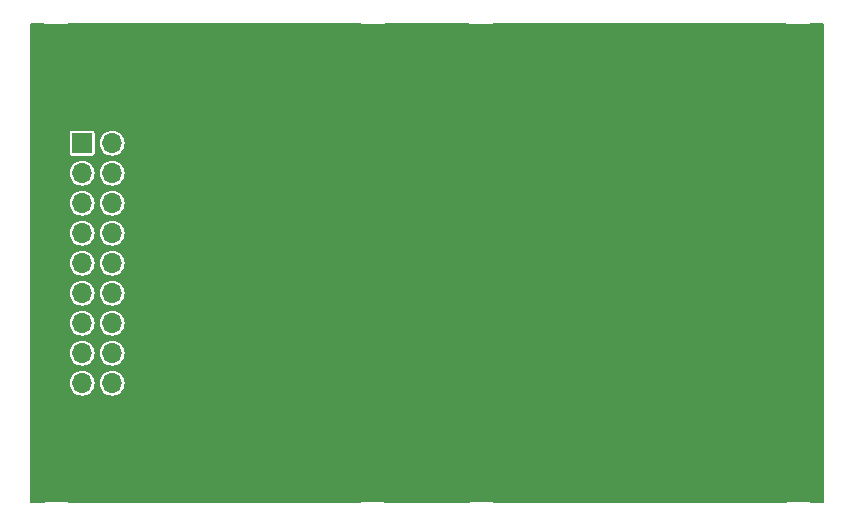
<source format=gtl>
G04 #@! TF.GenerationSoftware,KiCad,Pcbnew,8.0.8*
G04 #@! TF.CreationDate,2025-02-19T13:23:11-05:00*
G04 #@! TF.ProjectId,plot_gerbers,706c6f74-5f67-4657-9262-6572732e6b69,rev?*
G04 #@! TF.SameCoordinates,Original*
G04 #@! TF.FileFunction,Copper,L1,Top*
G04 #@! TF.FilePolarity,Positive*
%FSLAX46Y46*%
G04 Gerber Fmt 4.6, Leading zero omitted, Abs format (unit mm)*
G04 Created by KiCad (PCBNEW 8.0.8) date 2025-02-19 13:23:11*
%MOMM*%
%LPD*%
G01*
G04 APERTURE LIST*
G04 #@! TA.AperFunction,ComponentPad*
%ADD10R,1.700000X1.700000*%
G04 #@! TD*
G04 #@! TA.AperFunction,ComponentPad*
%ADD11O,1.700000X1.700000*%
G04 #@! TD*
G04 APERTURE END LIST*
D10*
X119190000Y-93890000D03*
D11*
X121730000Y-93890000D03*
X119190000Y-96430000D03*
X121730000Y-96430000D03*
X119190000Y-98970000D03*
X121730000Y-98970000D03*
X119190000Y-101510000D03*
X121730000Y-101510000D03*
X119190000Y-104050000D03*
X121730000Y-104050000D03*
X119190000Y-106590000D03*
X121730000Y-106590000D03*
X119190000Y-109130000D03*
X121730000Y-109130000D03*
X119190000Y-111670000D03*
X121730000Y-111670000D03*
X119190000Y-114210000D03*
X121730000Y-114210000D03*
G04 #@! TA.AperFunction,NonConductor*
G36*
X115968039Y-83710185D02*
G01*
X116013794Y-83762989D01*
X116025000Y-83814500D01*
X116025000Y-83830000D01*
X117985000Y-83830000D01*
X117985000Y-83814500D01*
X118004685Y-83747461D01*
X118057489Y-83701706D01*
X118109000Y-83690500D01*
X142701000Y-83690500D01*
X142768039Y-83710185D01*
X142813794Y-83762989D01*
X142825000Y-83814500D01*
X142825000Y-83830000D01*
X144785000Y-83830000D01*
X144785000Y-83814500D01*
X144804685Y-83747461D01*
X144857489Y-83701706D01*
X144909000Y-83690500D01*
X151911000Y-83690500D01*
X151978039Y-83710185D01*
X152023794Y-83762989D01*
X152035000Y-83814500D01*
X152035000Y-83830000D01*
X153995000Y-83830000D01*
X153995000Y-83814500D01*
X154014685Y-83747461D01*
X154067489Y-83701706D01*
X154119000Y-83690500D01*
X178711000Y-83690500D01*
X178778039Y-83710185D01*
X178823794Y-83762989D01*
X178835000Y-83814500D01*
X178835000Y-83830000D01*
X180795000Y-83830000D01*
X180795000Y-83814500D01*
X180814685Y-83747461D01*
X180867489Y-83701706D01*
X180919000Y-83690500D01*
X181885500Y-83690500D01*
X181952539Y-83710185D01*
X181998294Y-83762989D01*
X182009500Y-83814500D01*
X182009500Y-124265500D01*
X181989815Y-124332539D01*
X181937011Y-124378294D01*
X181885500Y-124389500D01*
X180919000Y-124389500D01*
X180851961Y-124369815D01*
X180806206Y-124317011D01*
X180795000Y-124265500D01*
X180795000Y-124250000D01*
X178835000Y-124250000D01*
X178835000Y-124265500D01*
X178815315Y-124332539D01*
X178762511Y-124378294D01*
X178711000Y-124389500D01*
X154119000Y-124389500D01*
X154051961Y-124369815D01*
X154006206Y-124317011D01*
X153995000Y-124265500D01*
X153995000Y-124250000D01*
X152035000Y-124250000D01*
X152035000Y-124265500D01*
X152015315Y-124332539D01*
X151962511Y-124378294D01*
X151911000Y-124389500D01*
X144909000Y-124389500D01*
X144841961Y-124369815D01*
X144796206Y-124317011D01*
X144785000Y-124265500D01*
X144785000Y-124250000D01*
X142825000Y-124250000D01*
X142825000Y-124265500D01*
X142805315Y-124332539D01*
X142752511Y-124378294D01*
X142701000Y-124389500D01*
X118109000Y-124389500D01*
X118041961Y-124369815D01*
X117996206Y-124317011D01*
X117985000Y-124265500D01*
X117985000Y-124250000D01*
X116025000Y-124250000D01*
X116025000Y-124265500D01*
X116005315Y-124332539D01*
X115952511Y-124378294D01*
X115901000Y-124389500D01*
X114934500Y-124389500D01*
X114867461Y-124369815D01*
X114821706Y-124317011D01*
X114810500Y-124265500D01*
X114810500Y-114210000D01*
X118134417Y-114210000D01*
X118154699Y-114415932D01*
X118154700Y-114415934D01*
X118214768Y-114613954D01*
X118312315Y-114796450D01*
X118312317Y-114796452D01*
X118443589Y-114956410D01*
X118540209Y-115035702D01*
X118603550Y-115087685D01*
X118786046Y-115185232D01*
X118984066Y-115245300D01*
X118984065Y-115245300D01*
X119002529Y-115247118D01*
X119190000Y-115265583D01*
X119395934Y-115245300D01*
X119593954Y-115185232D01*
X119776450Y-115087685D01*
X119936410Y-114956410D01*
X120067685Y-114796450D01*
X120165232Y-114613954D01*
X120225300Y-114415934D01*
X120245583Y-114210000D01*
X120674417Y-114210000D01*
X120694699Y-114415932D01*
X120694700Y-114415934D01*
X120754768Y-114613954D01*
X120852315Y-114796450D01*
X120852317Y-114796452D01*
X120983589Y-114956410D01*
X121080209Y-115035702D01*
X121143550Y-115087685D01*
X121326046Y-115185232D01*
X121524066Y-115245300D01*
X121524065Y-115245300D01*
X121542529Y-115247118D01*
X121730000Y-115265583D01*
X121935934Y-115245300D01*
X122133954Y-115185232D01*
X122316450Y-115087685D01*
X122476410Y-114956410D01*
X122607685Y-114796450D01*
X122705232Y-114613954D01*
X122765300Y-114415934D01*
X122785583Y-114210000D01*
X122765300Y-114004066D01*
X122705232Y-113806046D01*
X122607685Y-113623550D01*
X122555702Y-113560209D01*
X122476410Y-113463589D01*
X122316452Y-113332317D01*
X122316453Y-113332317D01*
X122316450Y-113332315D01*
X122133954Y-113234768D01*
X121935934Y-113174700D01*
X121935932Y-113174699D01*
X121935934Y-113174699D01*
X121730000Y-113154417D01*
X121524067Y-113174699D01*
X121326043Y-113234769D01*
X121215898Y-113293643D01*
X121143550Y-113332315D01*
X121143548Y-113332316D01*
X121143547Y-113332317D01*
X120983589Y-113463589D01*
X120852317Y-113623547D01*
X120754769Y-113806043D01*
X120694699Y-114004067D01*
X120674417Y-114210000D01*
X120245583Y-114210000D01*
X120225300Y-114004066D01*
X120165232Y-113806046D01*
X120067685Y-113623550D01*
X120015702Y-113560209D01*
X119936410Y-113463589D01*
X119776452Y-113332317D01*
X119776453Y-113332317D01*
X119776450Y-113332315D01*
X119593954Y-113234768D01*
X119395934Y-113174700D01*
X119395932Y-113174699D01*
X119395934Y-113174699D01*
X119190000Y-113154417D01*
X118984067Y-113174699D01*
X118786043Y-113234769D01*
X118675898Y-113293643D01*
X118603550Y-113332315D01*
X118603548Y-113332316D01*
X118603547Y-113332317D01*
X118443589Y-113463589D01*
X118312317Y-113623547D01*
X118214769Y-113806043D01*
X118154699Y-114004067D01*
X118134417Y-114210000D01*
X114810500Y-114210000D01*
X114810500Y-111670000D01*
X118134417Y-111670000D01*
X118154699Y-111875932D01*
X118154700Y-111875934D01*
X118214768Y-112073954D01*
X118312315Y-112256450D01*
X118312317Y-112256452D01*
X118443589Y-112416410D01*
X118540209Y-112495702D01*
X118603550Y-112547685D01*
X118786046Y-112645232D01*
X118984066Y-112705300D01*
X118984065Y-112705300D01*
X119002529Y-112707118D01*
X119190000Y-112725583D01*
X119395934Y-112705300D01*
X119593954Y-112645232D01*
X119776450Y-112547685D01*
X119936410Y-112416410D01*
X120067685Y-112256450D01*
X120165232Y-112073954D01*
X120225300Y-111875934D01*
X120245583Y-111670000D01*
X120674417Y-111670000D01*
X120694699Y-111875932D01*
X120694700Y-111875934D01*
X120754768Y-112073954D01*
X120852315Y-112256450D01*
X120852317Y-112256452D01*
X120983589Y-112416410D01*
X121080209Y-112495702D01*
X121143550Y-112547685D01*
X121326046Y-112645232D01*
X121524066Y-112705300D01*
X121524065Y-112705300D01*
X121542529Y-112707118D01*
X121730000Y-112725583D01*
X121935934Y-112705300D01*
X122133954Y-112645232D01*
X122316450Y-112547685D01*
X122476410Y-112416410D01*
X122607685Y-112256450D01*
X122705232Y-112073954D01*
X122765300Y-111875934D01*
X122785583Y-111670000D01*
X122765300Y-111464066D01*
X122705232Y-111266046D01*
X122607685Y-111083550D01*
X122555702Y-111020209D01*
X122476410Y-110923589D01*
X122316452Y-110792317D01*
X122316453Y-110792317D01*
X122316450Y-110792315D01*
X122133954Y-110694768D01*
X121935934Y-110634700D01*
X121935932Y-110634699D01*
X121935934Y-110634699D01*
X121730000Y-110614417D01*
X121524067Y-110634699D01*
X121326043Y-110694769D01*
X121215898Y-110753643D01*
X121143550Y-110792315D01*
X121143548Y-110792316D01*
X121143547Y-110792317D01*
X120983589Y-110923589D01*
X120852317Y-111083547D01*
X120754769Y-111266043D01*
X120694699Y-111464067D01*
X120674417Y-111670000D01*
X120245583Y-111670000D01*
X120225300Y-111464066D01*
X120165232Y-111266046D01*
X120067685Y-111083550D01*
X120015702Y-111020209D01*
X119936410Y-110923589D01*
X119776452Y-110792317D01*
X119776453Y-110792317D01*
X119776450Y-110792315D01*
X119593954Y-110694768D01*
X119395934Y-110634700D01*
X119395932Y-110634699D01*
X119395934Y-110634699D01*
X119190000Y-110614417D01*
X118984067Y-110634699D01*
X118786043Y-110694769D01*
X118675898Y-110753643D01*
X118603550Y-110792315D01*
X118603548Y-110792316D01*
X118603547Y-110792317D01*
X118443589Y-110923589D01*
X118312317Y-111083547D01*
X118214769Y-111266043D01*
X118154699Y-111464067D01*
X118134417Y-111670000D01*
X114810500Y-111670000D01*
X114810500Y-109130000D01*
X118134417Y-109130000D01*
X118154699Y-109335932D01*
X118154700Y-109335934D01*
X118214768Y-109533954D01*
X118312315Y-109716450D01*
X118312317Y-109716452D01*
X118443589Y-109876410D01*
X118540209Y-109955702D01*
X118603550Y-110007685D01*
X118786046Y-110105232D01*
X118984066Y-110165300D01*
X118984065Y-110165300D01*
X119002529Y-110167118D01*
X119190000Y-110185583D01*
X119395934Y-110165300D01*
X119593954Y-110105232D01*
X119776450Y-110007685D01*
X119936410Y-109876410D01*
X120067685Y-109716450D01*
X120165232Y-109533954D01*
X120225300Y-109335934D01*
X120245583Y-109130000D01*
X120674417Y-109130000D01*
X120694699Y-109335932D01*
X120694700Y-109335934D01*
X120754768Y-109533954D01*
X120852315Y-109716450D01*
X120852317Y-109716452D01*
X120983589Y-109876410D01*
X121080209Y-109955702D01*
X121143550Y-110007685D01*
X121326046Y-110105232D01*
X121524066Y-110165300D01*
X121524065Y-110165300D01*
X121542529Y-110167118D01*
X121730000Y-110185583D01*
X121935934Y-110165300D01*
X122133954Y-110105232D01*
X122316450Y-110007685D01*
X122476410Y-109876410D01*
X122607685Y-109716450D01*
X122705232Y-109533954D01*
X122765300Y-109335934D01*
X122785583Y-109130000D01*
X122765300Y-108924066D01*
X122705232Y-108726046D01*
X122607685Y-108543550D01*
X122555702Y-108480209D01*
X122476410Y-108383589D01*
X122316452Y-108252317D01*
X122316453Y-108252317D01*
X122316450Y-108252315D01*
X122133954Y-108154768D01*
X121935934Y-108094700D01*
X121935932Y-108094699D01*
X121935934Y-108094699D01*
X121730000Y-108074417D01*
X121524067Y-108094699D01*
X121326043Y-108154769D01*
X121215898Y-108213643D01*
X121143550Y-108252315D01*
X121143548Y-108252316D01*
X121143547Y-108252317D01*
X120983589Y-108383589D01*
X120852317Y-108543547D01*
X120754769Y-108726043D01*
X120694699Y-108924067D01*
X120674417Y-109130000D01*
X120245583Y-109130000D01*
X120225300Y-108924066D01*
X120165232Y-108726046D01*
X120067685Y-108543550D01*
X120015702Y-108480209D01*
X119936410Y-108383589D01*
X119776452Y-108252317D01*
X119776453Y-108252317D01*
X119776450Y-108252315D01*
X119593954Y-108154768D01*
X119395934Y-108094700D01*
X119395932Y-108094699D01*
X119395934Y-108094699D01*
X119190000Y-108074417D01*
X118984067Y-108094699D01*
X118786043Y-108154769D01*
X118675898Y-108213643D01*
X118603550Y-108252315D01*
X118603548Y-108252316D01*
X118603547Y-108252317D01*
X118443589Y-108383589D01*
X118312317Y-108543547D01*
X118214769Y-108726043D01*
X118154699Y-108924067D01*
X118134417Y-109130000D01*
X114810500Y-109130000D01*
X114810500Y-106590000D01*
X118134417Y-106590000D01*
X118154699Y-106795932D01*
X118154700Y-106795934D01*
X118214768Y-106993954D01*
X118312315Y-107176450D01*
X118312317Y-107176452D01*
X118443589Y-107336410D01*
X118540209Y-107415702D01*
X118603550Y-107467685D01*
X118786046Y-107565232D01*
X118984066Y-107625300D01*
X118984065Y-107625300D01*
X119002529Y-107627118D01*
X119190000Y-107645583D01*
X119395934Y-107625300D01*
X119593954Y-107565232D01*
X119776450Y-107467685D01*
X119936410Y-107336410D01*
X120067685Y-107176450D01*
X120165232Y-106993954D01*
X120225300Y-106795934D01*
X120245583Y-106590000D01*
X120674417Y-106590000D01*
X120694699Y-106795932D01*
X120694700Y-106795934D01*
X120754768Y-106993954D01*
X120852315Y-107176450D01*
X120852317Y-107176452D01*
X120983589Y-107336410D01*
X121080209Y-107415702D01*
X121143550Y-107467685D01*
X121326046Y-107565232D01*
X121524066Y-107625300D01*
X121524065Y-107625300D01*
X121542529Y-107627118D01*
X121730000Y-107645583D01*
X121935934Y-107625300D01*
X122133954Y-107565232D01*
X122316450Y-107467685D01*
X122476410Y-107336410D01*
X122607685Y-107176450D01*
X122705232Y-106993954D01*
X122765300Y-106795934D01*
X122785583Y-106590000D01*
X122765300Y-106384066D01*
X122705232Y-106186046D01*
X122607685Y-106003550D01*
X122555702Y-105940209D01*
X122476410Y-105843589D01*
X122316452Y-105712317D01*
X122316453Y-105712317D01*
X122316450Y-105712315D01*
X122133954Y-105614768D01*
X121935934Y-105554700D01*
X121935932Y-105554699D01*
X121935934Y-105554699D01*
X121730000Y-105534417D01*
X121524067Y-105554699D01*
X121326043Y-105614769D01*
X121215898Y-105673643D01*
X121143550Y-105712315D01*
X121143548Y-105712316D01*
X121143547Y-105712317D01*
X120983589Y-105843589D01*
X120852317Y-106003547D01*
X120754769Y-106186043D01*
X120694699Y-106384067D01*
X120674417Y-106590000D01*
X120245583Y-106590000D01*
X120225300Y-106384066D01*
X120165232Y-106186046D01*
X120067685Y-106003550D01*
X120015702Y-105940209D01*
X119936410Y-105843589D01*
X119776452Y-105712317D01*
X119776453Y-105712317D01*
X119776450Y-105712315D01*
X119593954Y-105614768D01*
X119395934Y-105554700D01*
X119395932Y-105554699D01*
X119395934Y-105554699D01*
X119190000Y-105534417D01*
X118984067Y-105554699D01*
X118786043Y-105614769D01*
X118675898Y-105673643D01*
X118603550Y-105712315D01*
X118603548Y-105712316D01*
X118603547Y-105712317D01*
X118443589Y-105843589D01*
X118312317Y-106003547D01*
X118214769Y-106186043D01*
X118154699Y-106384067D01*
X118134417Y-106590000D01*
X114810500Y-106590000D01*
X114810500Y-104050000D01*
X118134417Y-104050000D01*
X118154699Y-104255932D01*
X118154700Y-104255934D01*
X118214768Y-104453954D01*
X118312315Y-104636450D01*
X118312317Y-104636452D01*
X118443589Y-104796410D01*
X118540209Y-104875702D01*
X118603550Y-104927685D01*
X118786046Y-105025232D01*
X118984066Y-105085300D01*
X118984065Y-105085300D01*
X119002529Y-105087118D01*
X119190000Y-105105583D01*
X119395934Y-105085300D01*
X119593954Y-105025232D01*
X119776450Y-104927685D01*
X119936410Y-104796410D01*
X120067685Y-104636450D01*
X120165232Y-104453954D01*
X120225300Y-104255934D01*
X120245583Y-104050000D01*
X120674417Y-104050000D01*
X120694699Y-104255932D01*
X120694700Y-104255934D01*
X120754768Y-104453954D01*
X120852315Y-104636450D01*
X120852317Y-104636452D01*
X120983589Y-104796410D01*
X121080209Y-104875702D01*
X121143550Y-104927685D01*
X121326046Y-105025232D01*
X121524066Y-105085300D01*
X121524065Y-105085300D01*
X121542529Y-105087118D01*
X121730000Y-105105583D01*
X121935934Y-105085300D01*
X122133954Y-105025232D01*
X122316450Y-104927685D01*
X122476410Y-104796410D01*
X122607685Y-104636450D01*
X122705232Y-104453954D01*
X122765300Y-104255934D01*
X122785583Y-104050000D01*
X122765300Y-103844066D01*
X122705232Y-103646046D01*
X122607685Y-103463550D01*
X122555702Y-103400209D01*
X122476410Y-103303589D01*
X122316452Y-103172317D01*
X122316453Y-103172317D01*
X122316450Y-103172315D01*
X122133954Y-103074768D01*
X121935934Y-103014700D01*
X121935932Y-103014699D01*
X121935934Y-103014699D01*
X121730000Y-102994417D01*
X121524067Y-103014699D01*
X121326043Y-103074769D01*
X121215898Y-103133643D01*
X121143550Y-103172315D01*
X121143548Y-103172316D01*
X121143547Y-103172317D01*
X120983589Y-103303589D01*
X120852317Y-103463547D01*
X120754769Y-103646043D01*
X120694699Y-103844067D01*
X120674417Y-104050000D01*
X120245583Y-104050000D01*
X120225300Y-103844066D01*
X120165232Y-103646046D01*
X120067685Y-103463550D01*
X120015702Y-103400209D01*
X119936410Y-103303589D01*
X119776452Y-103172317D01*
X119776453Y-103172317D01*
X119776450Y-103172315D01*
X119593954Y-103074768D01*
X119395934Y-103014700D01*
X119395932Y-103014699D01*
X119395934Y-103014699D01*
X119190000Y-102994417D01*
X118984067Y-103014699D01*
X118786043Y-103074769D01*
X118675898Y-103133643D01*
X118603550Y-103172315D01*
X118603548Y-103172316D01*
X118603547Y-103172317D01*
X118443589Y-103303589D01*
X118312317Y-103463547D01*
X118214769Y-103646043D01*
X118154699Y-103844067D01*
X118134417Y-104050000D01*
X114810500Y-104050000D01*
X114810500Y-101510000D01*
X118134417Y-101510000D01*
X118154699Y-101715932D01*
X118154700Y-101715934D01*
X118214768Y-101913954D01*
X118312315Y-102096450D01*
X118312317Y-102096452D01*
X118443589Y-102256410D01*
X118540209Y-102335702D01*
X118603550Y-102387685D01*
X118786046Y-102485232D01*
X118984066Y-102545300D01*
X118984065Y-102545300D01*
X119002529Y-102547118D01*
X119190000Y-102565583D01*
X119395934Y-102545300D01*
X119593954Y-102485232D01*
X119776450Y-102387685D01*
X119936410Y-102256410D01*
X120067685Y-102096450D01*
X120165232Y-101913954D01*
X120225300Y-101715934D01*
X120245583Y-101510000D01*
X120674417Y-101510000D01*
X120694699Y-101715932D01*
X120694700Y-101715934D01*
X120754768Y-101913954D01*
X120852315Y-102096450D01*
X120852317Y-102096452D01*
X120983589Y-102256410D01*
X121080209Y-102335702D01*
X121143550Y-102387685D01*
X121326046Y-102485232D01*
X121524066Y-102545300D01*
X121524065Y-102545300D01*
X121542529Y-102547118D01*
X121730000Y-102565583D01*
X121935934Y-102545300D01*
X122133954Y-102485232D01*
X122316450Y-102387685D01*
X122476410Y-102256410D01*
X122607685Y-102096450D01*
X122705232Y-101913954D01*
X122765300Y-101715934D01*
X122785583Y-101510000D01*
X122765300Y-101304066D01*
X122705232Y-101106046D01*
X122607685Y-100923550D01*
X122555702Y-100860209D01*
X122476410Y-100763589D01*
X122316452Y-100632317D01*
X122316453Y-100632317D01*
X122316450Y-100632315D01*
X122133954Y-100534768D01*
X121935934Y-100474700D01*
X121935932Y-100474699D01*
X121935934Y-100474699D01*
X121730000Y-100454417D01*
X121524067Y-100474699D01*
X121326043Y-100534769D01*
X121215898Y-100593643D01*
X121143550Y-100632315D01*
X121143548Y-100632316D01*
X121143547Y-100632317D01*
X120983589Y-100763589D01*
X120852317Y-100923547D01*
X120754769Y-101106043D01*
X120694699Y-101304067D01*
X120674417Y-101510000D01*
X120245583Y-101510000D01*
X120225300Y-101304066D01*
X120165232Y-101106046D01*
X120067685Y-100923550D01*
X120015702Y-100860209D01*
X119936410Y-100763589D01*
X119776452Y-100632317D01*
X119776453Y-100632317D01*
X119776450Y-100632315D01*
X119593954Y-100534768D01*
X119395934Y-100474700D01*
X119395932Y-100474699D01*
X119395934Y-100474699D01*
X119190000Y-100454417D01*
X118984067Y-100474699D01*
X118786043Y-100534769D01*
X118675898Y-100593643D01*
X118603550Y-100632315D01*
X118603548Y-100632316D01*
X118603547Y-100632317D01*
X118443589Y-100763589D01*
X118312317Y-100923547D01*
X118214769Y-101106043D01*
X118154699Y-101304067D01*
X118134417Y-101510000D01*
X114810500Y-101510000D01*
X114810500Y-98970000D01*
X118134417Y-98970000D01*
X118154699Y-99175932D01*
X118154700Y-99175934D01*
X118214768Y-99373954D01*
X118312315Y-99556450D01*
X118312317Y-99556452D01*
X118443589Y-99716410D01*
X118540209Y-99795702D01*
X118603550Y-99847685D01*
X118786046Y-99945232D01*
X118984066Y-100005300D01*
X118984065Y-100005300D01*
X119002529Y-100007118D01*
X119190000Y-100025583D01*
X119395934Y-100005300D01*
X119593954Y-99945232D01*
X119776450Y-99847685D01*
X119936410Y-99716410D01*
X120067685Y-99556450D01*
X120165232Y-99373954D01*
X120225300Y-99175934D01*
X120245583Y-98970000D01*
X120674417Y-98970000D01*
X120694699Y-99175932D01*
X120694700Y-99175934D01*
X120754768Y-99373954D01*
X120852315Y-99556450D01*
X120852317Y-99556452D01*
X120983589Y-99716410D01*
X121080209Y-99795702D01*
X121143550Y-99847685D01*
X121326046Y-99945232D01*
X121524066Y-100005300D01*
X121524065Y-100005300D01*
X121542529Y-100007118D01*
X121730000Y-100025583D01*
X121935934Y-100005300D01*
X122133954Y-99945232D01*
X122316450Y-99847685D01*
X122476410Y-99716410D01*
X122607685Y-99556450D01*
X122705232Y-99373954D01*
X122765300Y-99175934D01*
X122785583Y-98970000D01*
X122765300Y-98764066D01*
X122705232Y-98566046D01*
X122607685Y-98383550D01*
X122555702Y-98320209D01*
X122476410Y-98223589D01*
X122316452Y-98092317D01*
X122316453Y-98092317D01*
X122316450Y-98092315D01*
X122133954Y-97994768D01*
X121935934Y-97934700D01*
X121935932Y-97934699D01*
X121935934Y-97934699D01*
X121730000Y-97914417D01*
X121524067Y-97934699D01*
X121326043Y-97994769D01*
X121215898Y-98053643D01*
X121143550Y-98092315D01*
X121143548Y-98092316D01*
X121143547Y-98092317D01*
X120983589Y-98223589D01*
X120852317Y-98383547D01*
X120754769Y-98566043D01*
X120694699Y-98764067D01*
X120674417Y-98970000D01*
X120245583Y-98970000D01*
X120225300Y-98764066D01*
X120165232Y-98566046D01*
X120067685Y-98383550D01*
X120015702Y-98320209D01*
X119936410Y-98223589D01*
X119776452Y-98092317D01*
X119776453Y-98092317D01*
X119776450Y-98092315D01*
X119593954Y-97994768D01*
X119395934Y-97934700D01*
X119395932Y-97934699D01*
X119395934Y-97934699D01*
X119190000Y-97914417D01*
X118984067Y-97934699D01*
X118786043Y-97994769D01*
X118675898Y-98053643D01*
X118603550Y-98092315D01*
X118603548Y-98092316D01*
X118603547Y-98092317D01*
X118443589Y-98223589D01*
X118312317Y-98383547D01*
X118214769Y-98566043D01*
X118154699Y-98764067D01*
X118134417Y-98970000D01*
X114810500Y-98970000D01*
X114810500Y-96430000D01*
X118134417Y-96430000D01*
X118154699Y-96635932D01*
X118154700Y-96635934D01*
X118214768Y-96833954D01*
X118312315Y-97016450D01*
X118312317Y-97016452D01*
X118443589Y-97176410D01*
X118540209Y-97255702D01*
X118603550Y-97307685D01*
X118786046Y-97405232D01*
X118984066Y-97465300D01*
X118984065Y-97465300D01*
X119002529Y-97467118D01*
X119190000Y-97485583D01*
X119395934Y-97465300D01*
X119593954Y-97405232D01*
X119776450Y-97307685D01*
X119936410Y-97176410D01*
X120067685Y-97016450D01*
X120165232Y-96833954D01*
X120225300Y-96635934D01*
X120245583Y-96430000D01*
X120674417Y-96430000D01*
X120694699Y-96635932D01*
X120694700Y-96635934D01*
X120754768Y-96833954D01*
X120852315Y-97016450D01*
X120852317Y-97016452D01*
X120983589Y-97176410D01*
X121080209Y-97255702D01*
X121143550Y-97307685D01*
X121326046Y-97405232D01*
X121524066Y-97465300D01*
X121524065Y-97465300D01*
X121542529Y-97467118D01*
X121730000Y-97485583D01*
X121935934Y-97465300D01*
X122133954Y-97405232D01*
X122316450Y-97307685D01*
X122476410Y-97176410D01*
X122607685Y-97016450D01*
X122705232Y-96833954D01*
X122765300Y-96635934D01*
X122785583Y-96430000D01*
X122765300Y-96224066D01*
X122705232Y-96026046D01*
X122607685Y-95843550D01*
X122555702Y-95780209D01*
X122476410Y-95683589D01*
X122316452Y-95552317D01*
X122316453Y-95552317D01*
X122316450Y-95552315D01*
X122133954Y-95454768D01*
X121935934Y-95394700D01*
X121935932Y-95394699D01*
X121935934Y-95394699D01*
X121730000Y-95374417D01*
X121524067Y-95394699D01*
X121326043Y-95454769D01*
X121215898Y-95513643D01*
X121143550Y-95552315D01*
X121143548Y-95552316D01*
X121143547Y-95552317D01*
X120983589Y-95683589D01*
X120852317Y-95843547D01*
X120754769Y-96026043D01*
X120694699Y-96224067D01*
X120674417Y-96430000D01*
X120245583Y-96430000D01*
X120225300Y-96224066D01*
X120165232Y-96026046D01*
X120067685Y-95843550D01*
X120015702Y-95780209D01*
X119936410Y-95683589D01*
X119776452Y-95552317D01*
X119776453Y-95552317D01*
X119776450Y-95552315D01*
X119593954Y-95454768D01*
X119395934Y-95394700D01*
X119395932Y-95394699D01*
X119395934Y-95394699D01*
X119190000Y-95374417D01*
X118984067Y-95394699D01*
X118786043Y-95454769D01*
X118675898Y-95513643D01*
X118603550Y-95552315D01*
X118603548Y-95552316D01*
X118603547Y-95552317D01*
X118443589Y-95683589D01*
X118312317Y-95843547D01*
X118214769Y-96026043D01*
X118154699Y-96224067D01*
X118134417Y-96430000D01*
X114810500Y-96430000D01*
X114810500Y-93020247D01*
X118139500Y-93020247D01*
X118139500Y-94759752D01*
X118151131Y-94818229D01*
X118151132Y-94818230D01*
X118195447Y-94884552D01*
X118261769Y-94928867D01*
X118261770Y-94928868D01*
X118320247Y-94940499D01*
X118320250Y-94940500D01*
X118320252Y-94940500D01*
X120059750Y-94940500D01*
X120059751Y-94940499D01*
X120074568Y-94937552D01*
X120118229Y-94928868D01*
X120118229Y-94928867D01*
X120118231Y-94928867D01*
X120184552Y-94884552D01*
X120228867Y-94818231D01*
X120228867Y-94818229D01*
X120228868Y-94818229D01*
X120240499Y-94759752D01*
X120240500Y-94759750D01*
X120240500Y-93890000D01*
X120674417Y-93890000D01*
X120694699Y-94095932D01*
X120694700Y-94095934D01*
X120754768Y-94293954D01*
X120852315Y-94476450D01*
X120852317Y-94476452D01*
X120983589Y-94636410D01*
X121080209Y-94715702D01*
X121143550Y-94767685D01*
X121326046Y-94865232D01*
X121524066Y-94925300D01*
X121524065Y-94925300D01*
X121542529Y-94927118D01*
X121730000Y-94945583D01*
X121935934Y-94925300D01*
X122133954Y-94865232D01*
X122316450Y-94767685D01*
X122476410Y-94636410D01*
X122607685Y-94476450D01*
X122705232Y-94293954D01*
X122765300Y-94095934D01*
X122785583Y-93890000D01*
X122765300Y-93684066D01*
X122705232Y-93486046D01*
X122607685Y-93303550D01*
X122555702Y-93240209D01*
X122476410Y-93143589D01*
X122326121Y-93020252D01*
X122316450Y-93012315D01*
X122133954Y-92914768D01*
X121935934Y-92854700D01*
X121935932Y-92854699D01*
X121935934Y-92854699D01*
X121730000Y-92834417D01*
X121524067Y-92854699D01*
X121326043Y-92914769D01*
X121238114Y-92961769D01*
X121143550Y-93012315D01*
X121143548Y-93012316D01*
X121143547Y-93012317D01*
X120983589Y-93143589D01*
X120852317Y-93303547D01*
X120754769Y-93486043D01*
X120694699Y-93684067D01*
X120674417Y-93890000D01*
X120240500Y-93890000D01*
X120240500Y-93020249D01*
X120240499Y-93020247D01*
X120228868Y-92961770D01*
X120228867Y-92961769D01*
X120184552Y-92895447D01*
X120118230Y-92851132D01*
X120118229Y-92851131D01*
X120059752Y-92839500D01*
X120059748Y-92839500D01*
X118320252Y-92839500D01*
X118320247Y-92839500D01*
X118261770Y-92851131D01*
X118261769Y-92851132D01*
X118195447Y-92895447D01*
X118151132Y-92961769D01*
X118151131Y-92961770D01*
X118139500Y-93020247D01*
X114810500Y-93020247D01*
X114810500Y-83814500D01*
X114830185Y-83747461D01*
X114882989Y-83701706D01*
X114934500Y-83690500D01*
X115901000Y-83690500D01*
X115968039Y-83710185D01*
G37*
G04 #@! TD.AperFunction*
M02*

</source>
